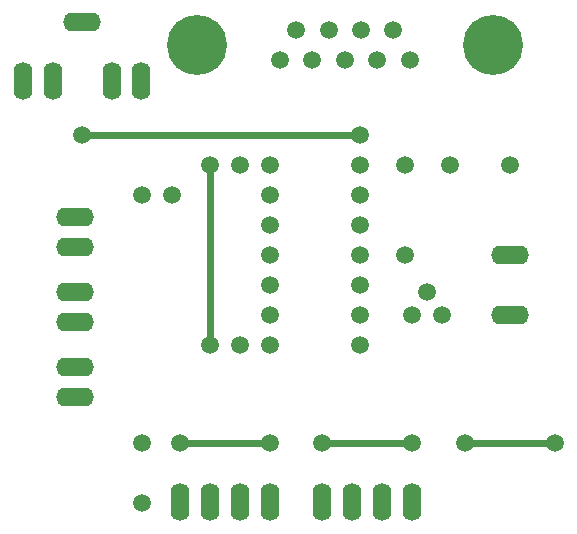
<source format=gbr>
%TF.GenerationSoftware,KiCad,Pcbnew,(6.0.6)*%
%TF.CreationDate,2022-08-19T16:39:26-03:00*%
%TF.ProjectId,hub_exterior,6875625f-6578-4746-9572-696f722e6b69,rev?*%
%TF.SameCoordinates,Original*%
%TF.FileFunction,Copper,L1,Top*%
%TF.FilePolarity,Positive*%
%FSLAX46Y46*%
G04 Gerber Fmt 4.6, Leading zero omitted, Abs format (unit mm)*
G04 Created by KiCad (PCBNEW (6.0.6)) date 2022-08-19 16:39:26*
%MOMM*%
%LPD*%
G01*
G04 APERTURE LIST*
%TA.AperFunction,ComponentPad*%
%ADD10C,1.500000*%
%TD*%
%TA.AperFunction,ComponentPad*%
%ADD11O,1.600000X3.200000*%
%TD*%
%TA.AperFunction,ComponentPad*%
%ADD12O,3.200000X1.600000*%
%TD*%
%TA.AperFunction,ComponentPad*%
%ADD13C,5.080000*%
%TD*%
%TA.AperFunction,ViaPad*%
%ADD14C,1.500000*%
%TD*%
%TA.AperFunction,Conductor*%
%ADD15C,0.600000*%
%TD*%
G04 APERTURE END LIST*
D10*
%TO.P,R3,1*%
%TO.N,N$3*%
X154216100Y-107543600D03*
%TO.P,R3,2*%
%TO.N,N$6*%
X146596100Y-107543600D03*
%TD*%
D11*
%TO.P,X4,1*%
%TO.N,GND*%
X138976100Y-123418600D03*
%TO.P,X4,2*%
%TO.N,N$10*%
X141516100Y-123418600D03*
%TO.P,X4,3*%
%TO.N,N$12*%
X144056100Y-123418600D03*
%TO.P,X4,4*%
%TO.N,+5V*%
X146596100Y-123418600D03*
%TD*%
D10*
%TO.P,R2,1*%
%TO.N,N$3*%
X154216100Y-105003600D03*
%TO.P,R2,2*%
%TO.N,N$5*%
X146596100Y-105003600D03*
%TD*%
%TO.P,C1,1*%
%TO.N,N$8*%
X161836100Y-94843600D03*
%TO.P,C1,2*%
%TO.N,GND*%
X166916100Y-94843600D03*
%TD*%
%TO.P,R9,1*%
%TO.N,N$14*%
X146596100Y-97383600D03*
%TO.P,R9,2*%
%TO.N,GND*%
X154216100Y-97383600D03*
%TD*%
%TO.P,R4,1*%
%TO.N,+5V*%
X154216100Y-102463600D03*
%TO.P,R4,2*%
%TO.N,N$2*%
X146596100Y-102463600D03*
%TD*%
%TO.P,C3,+*%
%TO.N,N$14*%
X138341100Y-97383600D03*
%TO.P,C3,-*%
%TO.N,GND*%
X135801100Y-97383600D03*
%TD*%
D12*
%TO.P,X6,1*%
%TO.N,N$6*%
X130086100Y-111988600D03*
%TO.P,X6,2*%
%TO.N,+5V*%
X130086100Y-114528600D03*
%TD*%
D10*
%TO.P,R1,1*%
%TO.N,N$1*%
X158026100Y-102463600D03*
%TO.P,R1,2*%
%TO.N,N$8*%
X158026100Y-94843600D03*
%TD*%
D11*
%TO.P,X2,1*%
%TO.N,GND*%
X151041100Y-123418600D03*
%TO.P,X2,2*%
X153581100Y-123418600D03*
%TO.P,X2,3*%
%TO.N,N$7*%
X156121100Y-123418600D03*
%TO.P,X2,4*%
%TO.N,+5V*%
X158661100Y-123418600D03*
%TD*%
D10*
%TO.P,R8,1*%
%TO.N,+5V*%
X154216100Y-99923600D03*
%TO.P,R8,2*%
%TO.N,N$14*%
X146596100Y-99923600D03*
%TD*%
D12*
%TO.P,LED0,1*%
%TO.N,GND*%
X130086100Y-99288600D03*
%TO.P,LED0,2*%
%TO.N,N$2*%
X130086100Y-101828600D03*
%TD*%
%TO.P,U$1,P$3*%
%TO.N,N$4*%
X130721100Y-82778600D03*
D11*
%TO.P,U$1,P$4*%
%TO.N,N/C*%
X128221100Y-87778600D03*
%TO.P,U$1,P$5*%
%TO.N,N$14*%
X133221100Y-87778600D03*
%TO.P,U$1,P$6*%
%TO.N,N/C*%
X125721100Y-87778600D03*
%TO.P,U$1,P$7*%
%TO.N,N$14*%
X135721100Y-87778600D03*
%TD*%
D10*
%TO.P,R5,1*%
%TO.N,N$12*%
X146596100Y-110083600D03*
%TO.P,R5,2*%
%TO.N,GND*%
X154216100Y-110083600D03*
%TD*%
%TO.P,C2,1*%
%TO.N,+5V*%
X135801100Y-123438600D03*
%TO.P,C2,2*%
%TO.N,GND*%
X135801100Y-118358600D03*
%TD*%
%TO.P,X1,1*%
%TO.N,N/C*%
X147459700Y-85953600D03*
%TO.P,X1,2*%
%TO.N,N$7*%
X150202900Y-85953600D03*
%TO.P,X1,3*%
%TO.N,N$4*%
X152946100Y-85953600D03*
%TO.P,X1,4*%
%TO.N,N/C*%
X155689300Y-85953600D03*
%TO.P,X1,5*%
%TO.N,GND*%
X158432500Y-85953600D03*
%TO.P,X1,6*%
%TO.N,N$11*%
X148831300Y-83413600D03*
%TO.P,X1,7*%
%TO.N,N$10*%
X151574500Y-83413600D03*
%TO.P,X1,8*%
%TO.N,N$8*%
X154317700Y-83413600D03*
%TO.P,X1,9*%
%TO.N,N/C*%
X157060900Y-83413600D03*
D13*
%TO.P,X1,G1*%
%TO.N,GND*%
X140423900Y-84683600D03*
%TO.P,X1,G2*%
X165468300Y-84683600D03*
%TD*%
D10*
%TO.P,R6,1*%
%TO.N,N$12*%
X144056100Y-110083600D03*
%TO.P,R6,2*%
%TO.N,N$11*%
X144056100Y-94843600D03*
%TD*%
D12*
%TO.P,X5,1*%
%TO.N,N$5*%
X130086100Y-105638600D03*
%TO.P,X5,2*%
%TO.N,+5V*%
X130086100Y-108178600D03*
%TD*%
D10*
%TO.P,Q1,1*%
%TO.N,GND*%
X161201100Y-107543600D03*
%TO.P,Q1,2*%
%TO.N,N$1*%
X159931100Y-105638600D03*
%TO.P,Q1,3*%
%TO.N,N$3*%
X158661100Y-107543600D03*
%TD*%
D12*
%TO.P,X3,1*%
%TO.N,+5V*%
X166916100Y-102489000D03*
%TO.P,X3,2*%
%TO.N,GND*%
X166916100Y-107518200D03*
%TD*%
D10*
%TO.P,R7,1*%
%TO.N,N$14*%
X146596100Y-94843600D03*
%TO.P,R7,2*%
%TO.N,N$4*%
X154216100Y-94843600D03*
%TD*%
D14*
%TO.N,GND*%
X158661100Y-118348600D03*
X146596100Y-118348600D03*
X170726100Y-118348600D03*
X163106100Y-118348600D03*
X151041100Y-118348600D03*
X138976100Y-118348600D03*
%TO.N,N$4*%
X130721100Y-92303600D03*
X154216100Y-92303600D03*
%TO.N,N$10*%
X141516100Y-110083600D03*
X141516100Y-94843600D03*
%TD*%
D15*
%TO.N,GND*%
X163106100Y-118348600D02*
X170726100Y-118348600D01*
X146596100Y-118348600D02*
X138976100Y-118348600D01*
X158661100Y-118348600D02*
X151041100Y-118348600D01*
%TO.N,N$4*%
X130721100Y-92303600D02*
X154216100Y-92303600D01*
%TO.N,N$10*%
X141516100Y-94843600D02*
X141516100Y-110083600D01*
%TD*%
M02*

</source>
